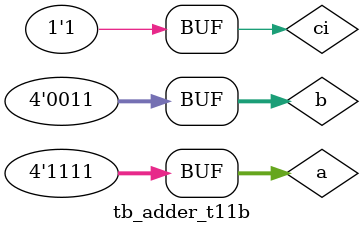
<source format=sv>
module tb_adder_t11b;
  logic[3:0] sum, a, b;
  logic ci,co;
  
  
  adder_t11b U1(co, sum, a, b, ci);
  
  initial begin
   a=0;
   b=0;
    ci=0;
    #15 a=4'hA;
    #2 b=3;
    #2 a=2;
    #2 a=15;
    #3 ci=1;
    
  end

endmodule

</source>
